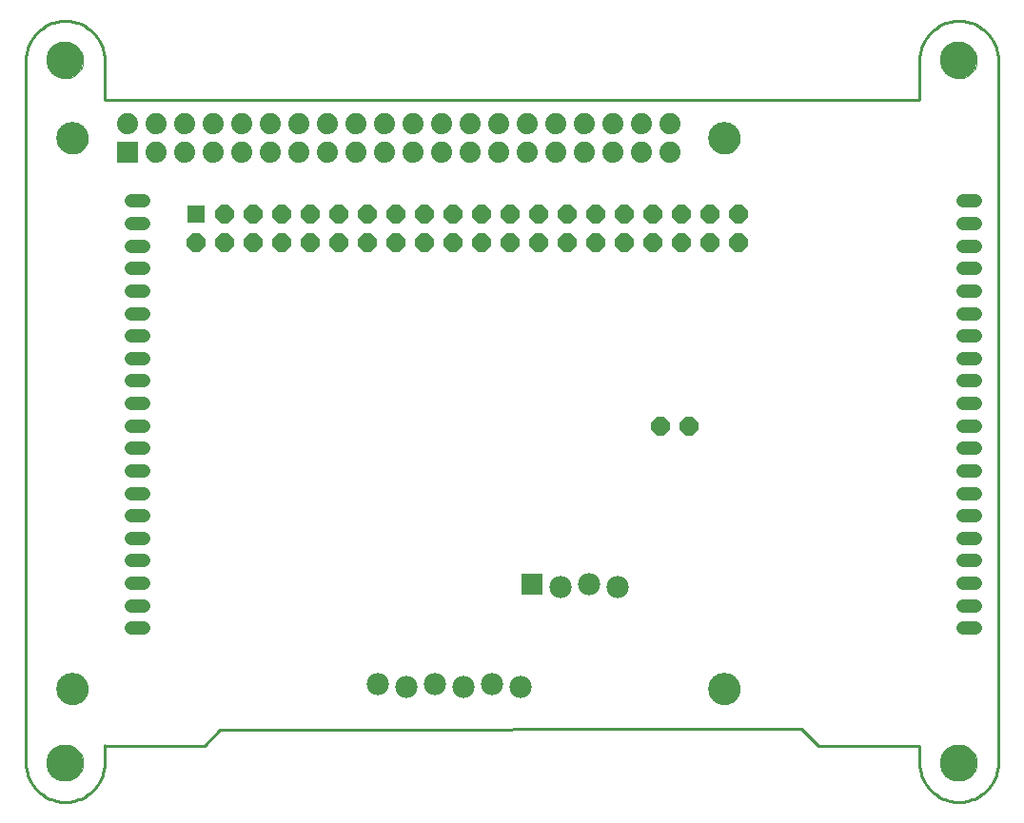
<source format=gbs>
G75*
G70*
%OFA0B0*%
%FSLAX24Y24*%
%IPPOS*%
%LPD*%
%AMOC8*
5,1,8,0,0,1.08239X$1,22.5*
%
%ADD10C,0.0000*%
%ADD11C,0.1300*%
%ADD12C,0.0100*%
%ADD13C,0.0476*%
%ADD14R,0.0640X0.0640*%
%ADD15OC8,0.0640*%
%ADD16C,0.1123*%
%ADD17R,0.0740X0.0740*%
%ADD18C,0.0740*%
%ADD19C,0.0780*%
%ADD20R,0.0780X0.0780*%
D10*
X002501Y002916D02*
X002503Y002966D01*
X002509Y003016D01*
X002519Y003065D01*
X002533Y003113D01*
X002550Y003160D01*
X002571Y003205D01*
X002596Y003249D01*
X002624Y003290D01*
X002656Y003329D01*
X002690Y003366D01*
X002727Y003400D01*
X002767Y003430D01*
X002809Y003457D01*
X002853Y003481D01*
X002899Y003502D01*
X002946Y003518D01*
X002994Y003531D01*
X003044Y003540D01*
X003093Y003545D01*
X003144Y003546D01*
X003194Y003543D01*
X003243Y003536D01*
X003292Y003525D01*
X003340Y003510D01*
X003386Y003492D01*
X003431Y003470D01*
X003474Y003444D01*
X003515Y003415D01*
X003554Y003383D01*
X003590Y003348D01*
X003622Y003310D01*
X003652Y003270D01*
X003679Y003227D01*
X003702Y003183D01*
X003721Y003137D01*
X003737Y003089D01*
X003749Y003040D01*
X003757Y002991D01*
X003761Y002941D01*
X003761Y002891D01*
X003757Y002841D01*
X003749Y002792D01*
X003737Y002743D01*
X003721Y002695D01*
X003702Y002649D01*
X003679Y002605D01*
X003652Y002562D01*
X003622Y002522D01*
X003590Y002484D01*
X003554Y002449D01*
X003515Y002417D01*
X003474Y002388D01*
X003431Y002362D01*
X003386Y002340D01*
X003340Y002322D01*
X003292Y002307D01*
X003243Y002296D01*
X003194Y002289D01*
X003144Y002286D01*
X003093Y002287D01*
X003044Y002292D01*
X002994Y002301D01*
X002946Y002314D01*
X002899Y002330D01*
X002853Y002351D01*
X002809Y002375D01*
X002767Y002402D01*
X002727Y002432D01*
X002690Y002466D01*
X002656Y002503D01*
X002624Y002542D01*
X002596Y002583D01*
X002571Y002627D01*
X002550Y002672D01*
X002533Y002719D01*
X002519Y002767D01*
X002509Y002816D01*
X002503Y002866D01*
X002501Y002916D01*
X002842Y005502D02*
X002844Y005548D01*
X002850Y005593D01*
X002859Y005638D01*
X002873Y005682D01*
X002890Y005725D01*
X002911Y005766D01*
X002935Y005805D01*
X002962Y005842D01*
X002992Y005876D01*
X003026Y005908D01*
X003061Y005937D01*
X003099Y005963D01*
X003139Y005985D01*
X003181Y006004D01*
X003225Y006019D01*
X003269Y006031D01*
X003314Y006039D01*
X003360Y006043D01*
X003406Y006043D01*
X003452Y006039D01*
X003497Y006031D01*
X003541Y006019D01*
X003585Y006004D01*
X003627Y005985D01*
X003667Y005963D01*
X003705Y005937D01*
X003740Y005908D01*
X003774Y005876D01*
X003804Y005842D01*
X003831Y005805D01*
X003855Y005766D01*
X003876Y005725D01*
X003893Y005682D01*
X003907Y005638D01*
X003916Y005593D01*
X003922Y005548D01*
X003924Y005502D01*
X003922Y005456D01*
X003916Y005411D01*
X003907Y005366D01*
X003893Y005322D01*
X003876Y005279D01*
X003855Y005238D01*
X003831Y005199D01*
X003804Y005162D01*
X003774Y005128D01*
X003740Y005096D01*
X003705Y005067D01*
X003667Y005041D01*
X003627Y005019D01*
X003585Y005000D01*
X003541Y004985D01*
X003497Y004973D01*
X003452Y004965D01*
X003406Y004961D01*
X003360Y004961D01*
X003314Y004965D01*
X003269Y004973D01*
X003225Y004985D01*
X003181Y005000D01*
X003139Y005019D01*
X003099Y005041D01*
X003061Y005067D01*
X003026Y005096D01*
X002992Y005128D01*
X002962Y005162D01*
X002935Y005199D01*
X002911Y005238D01*
X002890Y005279D01*
X002873Y005322D01*
X002859Y005366D01*
X002850Y005411D01*
X002844Y005456D01*
X002842Y005502D01*
X025676Y005502D02*
X025678Y005548D01*
X025684Y005593D01*
X025693Y005638D01*
X025707Y005682D01*
X025724Y005725D01*
X025745Y005766D01*
X025769Y005805D01*
X025796Y005842D01*
X025826Y005876D01*
X025860Y005908D01*
X025895Y005937D01*
X025933Y005963D01*
X025973Y005985D01*
X026015Y006004D01*
X026059Y006019D01*
X026103Y006031D01*
X026148Y006039D01*
X026194Y006043D01*
X026240Y006043D01*
X026286Y006039D01*
X026331Y006031D01*
X026375Y006019D01*
X026419Y006004D01*
X026461Y005985D01*
X026501Y005963D01*
X026539Y005937D01*
X026574Y005908D01*
X026608Y005876D01*
X026638Y005842D01*
X026665Y005805D01*
X026689Y005766D01*
X026710Y005725D01*
X026727Y005682D01*
X026741Y005638D01*
X026750Y005593D01*
X026756Y005548D01*
X026758Y005502D01*
X026756Y005456D01*
X026750Y005411D01*
X026741Y005366D01*
X026727Y005322D01*
X026710Y005279D01*
X026689Y005238D01*
X026665Y005199D01*
X026638Y005162D01*
X026608Y005128D01*
X026574Y005096D01*
X026539Y005067D01*
X026501Y005041D01*
X026461Y005019D01*
X026419Y005000D01*
X026375Y004985D01*
X026331Y004973D01*
X026286Y004965D01*
X026240Y004961D01*
X026194Y004961D01*
X026148Y004965D01*
X026103Y004973D01*
X026059Y004985D01*
X026015Y005000D01*
X025973Y005019D01*
X025933Y005041D01*
X025895Y005067D01*
X025860Y005096D01*
X025826Y005128D01*
X025796Y005162D01*
X025769Y005199D01*
X025745Y005238D01*
X025724Y005279D01*
X025707Y005322D01*
X025693Y005366D01*
X025684Y005411D01*
X025678Y005456D01*
X025676Y005502D01*
X033800Y002916D02*
X033802Y002966D01*
X033808Y003016D01*
X033818Y003065D01*
X033832Y003113D01*
X033849Y003160D01*
X033870Y003205D01*
X033895Y003249D01*
X033923Y003290D01*
X033955Y003329D01*
X033989Y003366D01*
X034026Y003400D01*
X034066Y003430D01*
X034108Y003457D01*
X034152Y003481D01*
X034198Y003502D01*
X034245Y003518D01*
X034293Y003531D01*
X034343Y003540D01*
X034392Y003545D01*
X034443Y003546D01*
X034493Y003543D01*
X034542Y003536D01*
X034591Y003525D01*
X034639Y003510D01*
X034685Y003492D01*
X034730Y003470D01*
X034773Y003444D01*
X034814Y003415D01*
X034853Y003383D01*
X034889Y003348D01*
X034921Y003310D01*
X034951Y003270D01*
X034978Y003227D01*
X035001Y003183D01*
X035020Y003137D01*
X035036Y003089D01*
X035048Y003040D01*
X035056Y002991D01*
X035060Y002941D01*
X035060Y002891D01*
X035056Y002841D01*
X035048Y002792D01*
X035036Y002743D01*
X035020Y002695D01*
X035001Y002649D01*
X034978Y002605D01*
X034951Y002562D01*
X034921Y002522D01*
X034889Y002484D01*
X034853Y002449D01*
X034814Y002417D01*
X034773Y002388D01*
X034730Y002362D01*
X034685Y002340D01*
X034639Y002322D01*
X034591Y002307D01*
X034542Y002296D01*
X034493Y002289D01*
X034443Y002286D01*
X034392Y002287D01*
X034343Y002292D01*
X034293Y002301D01*
X034245Y002314D01*
X034198Y002330D01*
X034152Y002351D01*
X034108Y002375D01*
X034066Y002402D01*
X034026Y002432D01*
X033989Y002466D01*
X033955Y002503D01*
X033923Y002542D01*
X033895Y002583D01*
X033870Y002627D01*
X033849Y002672D01*
X033832Y002719D01*
X033818Y002767D01*
X033808Y002816D01*
X033802Y002866D01*
X033800Y002916D01*
X025676Y024793D02*
X025678Y024839D01*
X025684Y024884D01*
X025693Y024929D01*
X025707Y024973D01*
X025724Y025016D01*
X025745Y025057D01*
X025769Y025096D01*
X025796Y025133D01*
X025826Y025167D01*
X025860Y025199D01*
X025895Y025228D01*
X025933Y025254D01*
X025973Y025276D01*
X026015Y025295D01*
X026059Y025310D01*
X026103Y025322D01*
X026148Y025330D01*
X026194Y025334D01*
X026240Y025334D01*
X026286Y025330D01*
X026331Y025322D01*
X026375Y025310D01*
X026419Y025295D01*
X026461Y025276D01*
X026501Y025254D01*
X026539Y025228D01*
X026574Y025199D01*
X026608Y025167D01*
X026638Y025133D01*
X026665Y025096D01*
X026689Y025057D01*
X026710Y025016D01*
X026727Y024973D01*
X026741Y024929D01*
X026750Y024884D01*
X026756Y024839D01*
X026758Y024793D01*
X026756Y024747D01*
X026750Y024702D01*
X026741Y024657D01*
X026727Y024613D01*
X026710Y024570D01*
X026689Y024529D01*
X026665Y024490D01*
X026638Y024453D01*
X026608Y024419D01*
X026574Y024387D01*
X026539Y024358D01*
X026501Y024332D01*
X026461Y024310D01*
X026419Y024291D01*
X026375Y024276D01*
X026331Y024264D01*
X026286Y024256D01*
X026240Y024252D01*
X026194Y024252D01*
X026148Y024256D01*
X026103Y024264D01*
X026059Y024276D01*
X026015Y024291D01*
X025973Y024310D01*
X025933Y024332D01*
X025895Y024358D01*
X025860Y024387D01*
X025826Y024419D01*
X025796Y024453D01*
X025769Y024490D01*
X025745Y024529D01*
X025724Y024570D01*
X025707Y024613D01*
X025693Y024657D01*
X025684Y024702D01*
X025678Y024747D01*
X025676Y024793D01*
X033800Y027522D02*
X033802Y027572D01*
X033808Y027622D01*
X033818Y027671D01*
X033832Y027719D01*
X033849Y027766D01*
X033870Y027811D01*
X033895Y027855D01*
X033923Y027896D01*
X033955Y027935D01*
X033989Y027972D01*
X034026Y028006D01*
X034066Y028036D01*
X034108Y028063D01*
X034152Y028087D01*
X034198Y028108D01*
X034245Y028124D01*
X034293Y028137D01*
X034343Y028146D01*
X034392Y028151D01*
X034443Y028152D01*
X034493Y028149D01*
X034542Y028142D01*
X034591Y028131D01*
X034639Y028116D01*
X034685Y028098D01*
X034730Y028076D01*
X034773Y028050D01*
X034814Y028021D01*
X034853Y027989D01*
X034889Y027954D01*
X034921Y027916D01*
X034951Y027876D01*
X034978Y027833D01*
X035001Y027789D01*
X035020Y027743D01*
X035036Y027695D01*
X035048Y027646D01*
X035056Y027597D01*
X035060Y027547D01*
X035060Y027497D01*
X035056Y027447D01*
X035048Y027398D01*
X035036Y027349D01*
X035020Y027301D01*
X035001Y027255D01*
X034978Y027211D01*
X034951Y027168D01*
X034921Y027128D01*
X034889Y027090D01*
X034853Y027055D01*
X034814Y027023D01*
X034773Y026994D01*
X034730Y026968D01*
X034685Y026946D01*
X034639Y026928D01*
X034591Y026913D01*
X034542Y026902D01*
X034493Y026895D01*
X034443Y026892D01*
X034392Y026893D01*
X034343Y026898D01*
X034293Y026907D01*
X034245Y026920D01*
X034198Y026936D01*
X034152Y026957D01*
X034108Y026981D01*
X034066Y027008D01*
X034026Y027038D01*
X033989Y027072D01*
X033955Y027109D01*
X033923Y027148D01*
X033895Y027189D01*
X033870Y027233D01*
X033849Y027278D01*
X033832Y027325D01*
X033818Y027373D01*
X033808Y027422D01*
X033802Y027472D01*
X033800Y027522D01*
X002842Y024793D02*
X002844Y024839D01*
X002850Y024884D01*
X002859Y024929D01*
X002873Y024973D01*
X002890Y025016D01*
X002911Y025057D01*
X002935Y025096D01*
X002962Y025133D01*
X002992Y025167D01*
X003026Y025199D01*
X003061Y025228D01*
X003099Y025254D01*
X003139Y025276D01*
X003181Y025295D01*
X003225Y025310D01*
X003269Y025322D01*
X003314Y025330D01*
X003360Y025334D01*
X003406Y025334D01*
X003452Y025330D01*
X003497Y025322D01*
X003541Y025310D01*
X003585Y025295D01*
X003627Y025276D01*
X003667Y025254D01*
X003705Y025228D01*
X003740Y025199D01*
X003774Y025167D01*
X003804Y025133D01*
X003831Y025096D01*
X003855Y025057D01*
X003876Y025016D01*
X003893Y024973D01*
X003907Y024929D01*
X003916Y024884D01*
X003922Y024839D01*
X003924Y024793D01*
X003922Y024747D01*
X003916Y024702D01*
X003907Y024657D01*
X003893Y024613D01*
X003876Y024570D01*
X003855Y024529D01*
X003831Y024490D01*
X003804Y024453D01*
X003774Y024419D01*
X003740Y024387D01*
X003705Y024358D01*
X003667Y024332D01*
X003627Y024310D01*
X003585Y024291D01*
X003541Y024276D01*
X003497Y024264D01*
X003452Y024256D01*
X003406Y024252D01*
X003360Y024252D01*
X003314Y024256D01*
X003269Y024264D01*
X003225Y024276D01*
X003181Y024291D01*
X003139Y024310D01*
X003099Y024332D01*
X003061Y024358D01*
X003026Y024387D01*
X002992Y024419D01*
X002962Y024453D01*
X002935Y024490D01*
X002911Y024529D01*
X002890Y024570D01*
X002873Y024613D01*
X002859Y024657D01*
X002850Y024702D01*
X002844Y024747D01*
X002842Y024793D01*
X002501Y027522D02*
X002503Y027572D01*
X002509Y027622D01*
X002519Y027671D01*
X002533Y027719D01*
X002550Y027766D01*
X002571Y027811D01*
X002596Y027855D01*
X002624Y027896D01*
X002656Y027935D01*
X002690Y027972D01*
X002727Y028006D01*
X002767Y028036D01*
X002809Y028063D01*
X002853Y028087D01*
X002899Y028108D01*
X002946Y028124D01*
X002994Y028137D01*
X003044Y028146D01*
X003093Y028151D01*
X003144Y028152D01*
X003194Y028149D01*
X003243Y028142D01*
X003292Y028131D01*
X003340Y028116D01*
X003386Y028098D01*
X003431Y028076D01*
X003474Y028050D01*
X003515Y028021D01*
X003554Y027989D01*
X003590Y027954D01*
X003622Y027916D01*
X003652Y027876D01*
X003679Y027833D01*
X003702Y027789D01*
X003721Y027743D01*
X003737Y027695D01*
X003749Y027646D01*
X003757Y027597D01*
X003761Y027547D01*
X003761Y027497D01*
X003757Y027447D01*
X003749Y027398D01*
X003737Y027349D01*
X003721Y027301D01*
X003702Y027255D01*
X003679Y027211D01*
X003652Y027168D01*
X003622Y027128D01*
X003590Y027090D01*
X003554Y027055D01*
X003515Y027023D01*
X003474Y026994D01*
X003431Y026968D01*
X003386Y026946D01*
X003340Y026928D01*
X003292Y026913D01*
X003243Y026902D01*
X003194Y026895D01*
X003144Y026892D01*
X003093Y026893D01*
X003044Y026898D01*
X002994Y026907D01*
X002946Y026920D01*
X002899Y026936D01*
X002853Y026957D01*
X002809Y026981D01*
X002767Y027008D01*
X002727Y027038D01*
X002690Y027072D01*
X002656Y027109D01*
X002624Y027148D01*
X002596Y027189D01*
X002571Y027233D01*
X002550Y027278D01*
X002533Y027325D01*
X002519Y027373D01*
X002509Y027422D01*
X002503Y027472D01*
X002501Y027522D01*
D11*
X003131Y027522D03*
X003131Y002916D03*
X034430Y002916D03*
X034430Y027522D03*
D12*
X001753Y027522D02*
X001753Y002916D01*
X001755Y002843D01*
X001761Y002770D01*
X001771Y002697D01*
X001784Y002625D01*
X001802Y002553D01*
X001823Y002483D01*
X001848Y002414D01*
X001876Y002347D01*
X001908Y002281D01*
X001944Y002216D01*
X001983Y002154D01*
X002025Y002094D01*
X002070Y002036D01*
X002118Y001981D01*
X002170Y001929D01*
X002224Y001879D01*
X002280Y001832D01*
X002339Y001788D01*
X002400Y001748D01*
X002463Y001711D01*
X002528Y001677D01*
X002595Y001646D01*
X002664Y001620D01*
X002733Y001597D01*
X002804Y001577D01*
X002876Y001562D01*
X002948Y001550D01*
X003021Y001542D01*
X003094Y001538D01*
X003168Y001538D01*
X003241Y001542D01*
X003314Y001550D01*
X003386Y001562D01*
X003458Y001577D01*
X003529Y001597D01*
X003598Y001620D01*
X003667Y001646D01*
X003734Y001677D01*
X003799Y001711D01*
X003862Y001748D01*
X003923Y001788D01*
X003982Y001832D01*
X004038Y001879D01*
X004092Y001929D01*
X004144Y001981D01*
X004192Y002036D01*
X004237Y002094D01*
X004279Y002154D01*
X004318Y002216D01*
X004354Y002281D01*
X004386Y002347D01*
X004414Y002414D01*
X004439Y002483D01*
X004460Y002553D01*
X004478Y002625D01*
X004491Y002697D01*
X004501Y002770D01*
X004507Y002843D01*
X004509Y002916D01*
X004509Y003500D01*
X004531Y003523D01*
X004507Y003514D02*
X008050Y003514D01*
X008020Y003514D02*
X004567Y003514D01*
X004509Y003500D01*
X008020Y003514D02*
X008565Y004060D01*
X028909Y004097D01*
X029499Y003507D01*
X033052Y003507D01*
X033036Y003495D01*
X033052Y003506D01*
X029509Y003506D01*
X033052Y003506D02*
X033052Y002916D01*
X033054Y002843D01*
X033060Y002770D01*
X033070Y002697D01*
X033083Y002625D01*
X033101Y002553D01*
X033122Y002483D01*
X033147Y002414D01*
X033175Y002347D01*
X033207Y002281D01*
X033243Y002216D01*
X033282Y002154D01*
X033324Y002094D01*
X033369Y002036D01*
X033417Y001981D01*
X033469Y001929D01*
X033523Y001879D01*
X033579Y001832D01*
X033638Y001788D01*
X033699Y001748D01*
X033762Y001711D01*
X033827Y001677D01*
X033894Y001646D01*
X033963Y001620D01*
X034032Y001597D01*
X034103Y001577D01*
X034175Y001562D01*
X034247Y001550D01*
X034320Y001542D01*
X034393Y001538D01*
X034467Y001538D01*
X034540Y001542D01*
X034613Y001550D01*
X034685Y001562D01*
X034757Y001577D01*
X034828Y001597D01*
X034897Y001620D01*
X034966Y001646D01*
X035033Y001677D01*
X035098Y001711D01*
X035161Y001748D01*
X035222Y001788D01*
X035281Y001832D01*
X035337Y001879D01*
X035391Y001929D01*
X035443Y001981D01*
X035491Y002036D01*
X035536Y002094D01*
X035578Y002154D01*
X035617Y002216D01*
X035653Y002281D01*
X035685Y002347D01*
X035713Y002414D01*
X035738Y002483D01*
X035759Y002553D01*
X035777Y002625D01*
X035790Y002697D01*
X035800Y002770D01*
X035806Y002843D01*
X035808Y002916D01*
X035808Y027522D01*
X035806Y027595D01*
X035800Y027668D01*
X035790Y027741D01*
X035777Y027813D01*
X035759Y027885D01*
X035738Y027955D01*
X035713Y028024D01*
X035685Y028091D01*
X035653Y028157D01*
X035617Y028222D01*
X035578Y028284D01*
X035536Y028344D01*
X035491Y028402D01*
X035443Y028457D01*
X035391Y028509D01*
X035337Y028559D01*
X035281Y028606D01*
X035222Y028650D01*
X035161Y028690D01*
X035098Y028727D01*
X035033Y028761D01*
X034966Y028792D01*
X034897Y028818D01*
X034828Y028841D01*
X034757Y028861D01*
X034685Y028876D01*
X034613Y028888D01*
X034540Y028896D01*
X034467Y028900D01*
X034393Y028900D01*
X034320Y028896D01*
X034247Y028888D01*
X034175Y028876D01*
X034103Y028861D01*
X034032Y028841D01*
X033963Y028818D01*
X033894Y028792D01*
X033827Y028761D01*
X033762Y028727D01*
X033699Y028690D01*
X033638Y028650D01*
X033579Y028606D01*
X033523Y028559D01*
X033469Y028509D01*
X033417Y028457D01*
X033369Y028402D01*
X033324Y028344D01*
X033282Y028284D01*
X033243Y028222D01*
X033207Y028157D01*
X033175Y028091D01*
X033147Y028024D01*
X033122Y027955D01*
X033101Y027885D01*
X033083Y027813D01*
X033070Y027741D01*
X033060Y027668D01*
X033054Y027595D01*
X033052Y027522D01*
X033052Y026144D01*
X004509Y026144D01*
X004509Y027522D01*
X004507Y027595D01*
X004501Y027668D01*
X004491Y027741D01*
X004478Y027813D01*
X004460Y027885D01*
X004439Y027955D01*
X004414Y028024D01*
X004386Y028091D01*
X004354Y028157D01*
X004318Y028222D01*
X004279Y028284D01*
X004237Y028344D01*
X004192Y028402D01*
X004144Y028457D01*
X004092Y028509D01*
X004038Y028559D01*
X003982Y028606D01*
X003923Y028650D01*
X003862Y028690D01*
X003799Y028727D01*
X003734Y028761D01*
X003667Y028792D01*
X003598Y028818D01*
X003529Y028841D01*
X003458Y028861D01*
X003386Y028876D01*
X003314Y028888D01*
X003241Y028896D01*
X003168Y028900D01*
X003094Y028900D01*
X003021Y028896D01*
X002948Y028888D01*
X002876Y028876D01*
X002804Y028861D01*
X002733Y028841D01*
X002664Y028818D01*
X002595Y028792D01*
X002528Y028761D01*
X002463Y028727D01*
X002400Y028690D01*
X002339Y028650D01*
X002280Y028606D01*
X002224Y028559D01*
X002170Y028509D01*
X002118Y028457D01*
X002070Y028402D01*
X002025Y028344D01*
X001983Y028284D01*
X001944Y028222D01*
X001908Y028157D01*
X001876Y028091D01*
X001848Y028024D01*
X001823Y027955D01*
X001802Y027885D01*
X001784Y027813D01*
X001771Y027741D01*
X001761Y027668D01*
X001755Y027595D01*
X001753Y027522D01*
D13*
X005453Y022585D02*
X005890Y022585D01*
X005890Y021798D02*
X005453Y021798D01*
X005453Y021010D02*
X005890Y021010D01*
X005890Y020223D02*
X005453Y020223D01*
X005453Y019435D02*
X005890Y019435D01*
X005890Y018648D02*
X005453Y018648D01*
X005453Y017861D02*
X005890Y017861D01*
X005890Y017073D02*
X005453Y017073D01*
X005453Y016286D02*
X005890Y016286D01*
X005890Y015498D02*
X005453Y015498D01*
X005453Y014711D02*
X005890Y014711D01*
X005890Y013924D02*
X005453Y013924D01*
X005453Y013136D02*
X005890Y013136D01*
X005890Y012349D02*
X005453Y012349D01*
X005453Y011561D02*
X005890Y011561D01*
X005890Y010774D02*
X005453Y010774D01*
X005453Y009987D02*
X005890Y009987D01*
X005890Y009199D02*
X005453Y009199D01*
X005453Y008412D02*
X005890Y008412D01*
X005890Y007624D02*
X005453Y007624D01*
X034587Y007624D02*
X035023Y007624D01*
X035023Y008412D02*
X034587Y008412D01*
X034587Y009199D02*
X035023Y009199D01*
X035023Y009987D02*
X034587Y009987D01*
X034587Y010774D02*
X035023Y010774D01*
X035023Y011561D02*
X034587Y011561D01*
X034587Y012349D02*
X035023Y012349D01*
X035023Y013136D02*
X034587Y013136D01*
X034587Y013924D02*
X035023Y013924D01*
X035023Y014711D02*
X034587Y014711D01*
X034587Y015498D02*
X035023Y015498D01*
X035023Y016286D02*
X034587Y016286D01*
X034587Y017073D02*
X035023Y017073D01*
X035023Y017861D02*
X034587Y017861D01*
X034587Y018648D02*
X035023Y018648D01*
X035023Y019435D02*
X034587Y019435D01*
X034587Y020223D02*
X035023Y020223D01*
X035023Y021010D02*
X034587Y021010D01*
X034587Y021798D02*
X035023Y021798D01*
X035023Y022585D02*
X034587Y022585D01*
D14*
X007728Y022146D03*
D15*
X008728Y022146D03*
X009728Y022146D03*
X010728Y022146D03*
X011728Y022146D03*
X012728Y022146D03*
X013728Y022146D03*
X014728Y022146D03*
X015728Y022146D03*
X016728Y022146D03*
X017728Y022146D03*
X018728Y022146D03*
X019728Y022146D03*
X020728Y022146D03*
X021728Y022146D03*
X022728Y022146D03*
X023728Y022146D03*
X024728Y022146D03*
X025728Y022146D03*
X026728Y022146D03*
X026728Y021146D03*
X025728Y021146D03*
X024728Y021146D03*
X023728Y021146D03*
X022728Y021146D03*
X021728Y021146D03*
X020728Y021146D03*
X019728Y021146D03*
X018728Y021146D03*
X017728Y021146D03*
X016728Y021146D03*
X015728Y021146D03*
X014728Y021146D03*
X013728Y021146D03*
X012728Y021146D03*
X011728Y021146D03*
X010728Y021146D03*
X009728Y021146D03*
X008728Y021146D03*
X007728Y021146D03*
X023995Y014715D03*
X024995Y014715D03*
D16*
X026217Y005502D03*
X003383Y005502D03*
X003383Y024793D03*
X026217Y024793D03*
D17*
X005300Y024293D03*
D18*
X006300Y024293D03*
X006300Y025293D03*
X005300Y025293D03*
X007300Y025293D03*
X007300Y024293D03*
X008300Y024293D03*
X009300Y024293D03*
X009300Y025293D03*
X008300Y025293D03*
X010300Y025293D03*
X010300Y024293D03*
X011300Y024293D03*
X012300Y024293D03*
X012300Y025293D03*
X011300Y025293D03*
X013300Y025293D03*
X013300Y024293D03*
X014300Y024293D03*
X015300Y024293D03*
X015300Y025293D03*
X014300Y025293D03*
X016300Y025293D03*
X016300Y024293D03*
X017300Y024293D03*
X018300Y024293D03*
X018300Y025293D03*
X017300Y025293D03*
X019300Y025293D03*
X020300Y025293D03*
X020300Y024293D03*
X019300Y024293D03*
X021300Y024293D03*
X021300Y025293D03*
X022300Y025293D03*
X023300Y025293D03*
X023300Y024293D03*
X022300Y024293D03*
X024300Y024293D03*
X024300Y025293D03*
D19*
X022470Y009081D03*
X021470Y009181D03*
X020470Y009081D03*
X019072Y005581D03*
X018072Y005681D03*
X017072Y005581D03*
X016072Y005681D03*
X015072Y005581D03*
X014072Y005681D03*
D20*
X019470Y009181D03*
M02*

</source>
